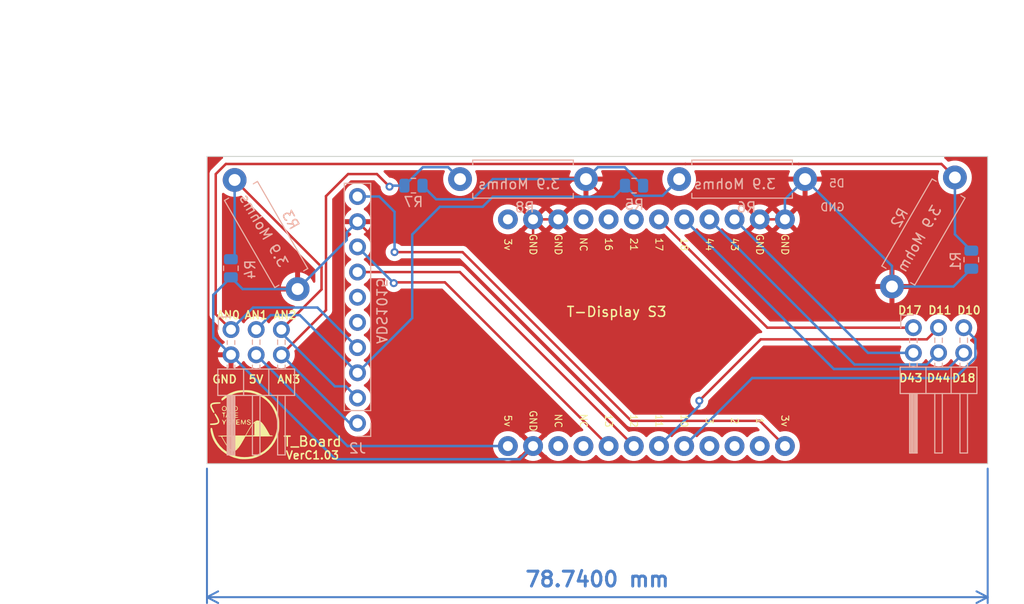
<source format=kicad_pcb>
(kicad_pcb (version 20221018) (generator pcbnew)
  (title_block (title "Voltage_Sensor_Timer") (date "2023-03-07") (rev "0"))
  (layers (0 "F.Cu" signal) (31 "B.Cu" signal) (34 "B.Paste" user) (35 "F.Paste" user) (36 "B.SilkS" user "B.Silkscreen") (37 "F.SilkS" user "F.Silkscreen") (38 "B.Mask" user) (39 "F.Mask" user) (44 "Edge.Cuts" user))
  (net 0 "")
  (net 1 "GND")
  (net 2 "5V")
  (net 3 "AN3")
  (net 4 "AN2")
  (net 5 "AN1")
  (net 6 "AN0")
  (net 7 "SDA")
  (net 8 "SCL")
  (net 9 "D10")
  (net 10 "D11")
  (net 14 "D17")
  (net 23 "D43")
  (net 24 "D44")
  (net 25 "D18")
  (net 26 "3V")
  (footprint "LOGO" (layer "F.Cu") (at 116.967 105.791)
    (fp_text reference "G***" hide)
    (fp_text value "LOGO" hide)
  )
  (footprint "Voltage_Sensor_Timer:T-Display-S3" (layer "F.Cu") (at 138.43 107.95 -90)
    (fp_text reference "U1" hide)
    (fp_text value "T-Display-S3" hide)
    (fp_text user "NC" (at -2.54 -10.16 -90 unlocked) (layer "F.SilkS") (effects (font (size 0.7 0.7) (thickness 0.1))))
    (fp_text user "GND" (at -2.54 -7.62 -90 unlocked) (layer "F.SilkS") (effects (font (size 0.7 0.7) (thickness 0.1))))
    (fp_text user "18" (at -20.334382 -22.86 -90 unlocked) (layer "F.SilkS") (effects (font (size 0.7 0.7) (thickness 0.1))))
    (fp_text user "21" (at -20.334382 -17.78 -90 unlocked) (layer "F.SilkS") (effects (font (size 0.7 0.7) (thickness 0.1))))
    (fp_text user "GND" (at -20.32 -30.48 -90 unlocked) (layer "F.SilkS") (effects (font (size 0.7 0.7) (thickness 0.1))))
    (fp_text user "17" (at -20.334382 -20.32 -90 unlocked) (layer "F.SilkS") (effects (font (size 0.7 0.7) (thickness 0.1))))
    (fp_text user "11" (at -2.54 -20.32 -90 unlocked) (layer "F.SilkS") (effects (font (size 0.7 0.7) (thickness 0.1))))
    (fp_text user "13" (at -2.54 -15.24 -90 unlocked) (layer "F.SilkS") (effects (font (size 0.7 0.7) (thickness 0.1))))
    (fp_text user "43" (at -20.334382 -27.94 -90 unlocked) (layer "F.SilkS") (effects (font (size 0.7 0.7) (thickness 0.1))))
    (fp_text user "NC" (at -20.334382 -12.7 -90 unlocked) (layer "F.SilkS") (effects (font (size 0.7 0.7) (thickness 0.1))))
    (fp_text user "12" (at -2.54 -17.78 -90 unlocked) (layer "F.SilkS") (effects (font (size 0.7 0.7) (thickness 0.1))))
    (fp_text user "10" (at -2.54 -22.86 -90 unlocked) (layer "F.SilkS") (effects (font (size 0.7 0.7) (thickness 0.1))))
    (fp_text user "44" (at -20.334382 -25.4 -90 unlocked) (layer "F.SilkS") (effects (font (size 0.7 0.7) (thickness 0.1))))
    (fp_text user "GND" (at -20.32 -10.16 -90 unlocked) (layer "F.SilkS") (effects (font (size 0.7 0.7) (thickness 0.1))))
    (fp_text user "1" (at -2.54 -30.48 -90 unlocked) (layer "F.SilkS") (effects (font (size 0.7 0.7) (thickness 0.1))))
    (fp_text user "NC" (at -2.54 -12.7 -90 unlocked) (layer "F.SilkS") (effects (font (size 0.7 0.7) (thickness 0.1))))
    (fp_text user "16" (at -20.334382 -15.24 -90 unlocked) (layer "F.SilkS") (effects (font (size 0.7 0.7) (thickness 0.1))))
    (fp_text user "3v" (at -2.54 -33.02 -90 unlocked) (layer "F.SilkS") (effects (font (size 0.7 0.7) (thickness 0.1))))
    (fp_text user "3v" (at -20.32 -5.08 -90 unlocked) (layer "F.SilkS") (effects (font (size 0.7 0.7) (thickness 0.1))))
    (fp_text user "5v" (at -2.54 -5.08 -90 unlocked) (layer "F.SilkS") (effects (font (size 0.7 0.7) (thickness 0.1))))
    (fp_text user "GND" (at -20.32 -7.62 -90 unlocked) (layer "F.SilkS") (effects (font (size 0.7 0.7) (thickness 0.1))))
    (fp_text user "3" (at -2.54 -25.4 -90 unlocked) (layer "F.SilkS") (effects (font (size 0.7 0.7) (thickness 0.1))))
    (fp_text user "GND" (at -20.32 -33.02 -90 unlocked) (layer "F.SilkS") (effects (font (size 0.7 0.7) (thickness 0.1))))
    (fp_text user "2" (at -2.54 -27.94 -90 unlocked) (layer "F.SilkS") (effects (font (size 0.7 0.7) (thickness 0.1))))
    (pad "1" thru_hole circle (at 0 -33.02 270) (size 2 2) (drill 1) (layers "*.Cu" "*.Mask") (net 26 "3V"))
    (pad "2" thru_hole circle (at 0 -30.48 270) (size 2 2) (drill 1) (layers "*.Cu" "*.Mask"))
    (pad "3" thru_hole circle (at 0 -27.94 270) (size 2 2) (drill 1) (layers "*.Cu" "*.Mask"))
    (pad "4" thru_hole circle (at 0 -25.4 270) (size 2 2) (drill 1) (layers "*.Cu" "*.Mask"))
    (pad "5" thru_hole circle (at 0 -22.86 270) (size 2 2) (drill 1) (layers "*.Cu" "*.Mask") (net 9 "D10"))
    (pad "6" thru_hole circle (at 0 -20.32 270) (size 2 2) (drill 1) (layers "*.Cu" "*.Mask") (net 10 "D11"))
    (pad "7" thru_hole circle (at 0 -17.78 270) (size 2 2) (drill 1) (layers "*.Cu" "*.Mask") (net 7 "SDA"))
    (pad "8" thru_hole circle (at 0 -15.24 270) (size 2 2) (drill 1) (layers "*.Cu" "*.Mask") (net 8 "SCL"))
    (pad "9" thru_hole circle (at 0 -12.7 270) (size 2 2) (drill 1) (layers "*.Cu" "*.Mask"))
    (pad "10" thru_hole circle (at 0 -10.16 270) (size 2 2) (drill 1) (layers "*.Cu" "*.Mask"))
    (pad "11" thru_hole circle (at 0 -7.62 270) (size 2 2) (drill 1) (layers "*.Cu" "*.Mask") (net 1 "GND"))
    (pad "12" thru_hole circle (at 0 -5.08 270) (size 2 2) (drill 1) (layers "*.Cu" "*.Mask") (net 2 "5V"))
    (pad "13" thru_hole circle (at -22.861864 -33.02 270) (size 2 2) (drill 1) (layers "*.Cu" "*.Mask") (net 1 "GND"))
    (pad "14" thru_hole circle (at -22.861864 -30.48 270) (size 2 2) (drill 1) (layers "*.Cu" "*.Mask") (net 1 "GND"))
    (pad "15" thru_hole circle (at -22.861864 -27.94 270) (size 2 2) (drill 1) (layers "*.Cu" "*.Mask") (net 23 "D43"))
    (pad "16" thru_hole circle (at -22.861864 -25.4 270) (size 2 2) (drill 1) (layers "*.Cu" "*.Mask") (net 24 "D44"))
    (pad "17" thru_hole circle (at -22.861864 -22.86 270) (size 2 2) (drill 1) (layers "*.Cu" "*.Mask") (net 25 "D18"))
    (pad "18" thru_hole circle (at -22.861864 -20.32 270) (size 2 2) (drill 1) (layers "*.Cu" "*.Mask") (net 14 "D17"))
    (pad "19" thru_hole circle (at -22.861864 -17.78 270) (size 2 2) (drill 1) (layers "*.Cu" "*.Mask"))
    (pad "20" thru_hole circle (at -22.861864 -15.24 270) (size 2 2) (drill 1) (layers "*.Cu" "*.Mask"))
    (pad "21" thru_hole circle (at -22.861864 -12.7 270) (size 2 2) (drill 1) (layers "*.Cu" "*.Mask"))
    (pad "22" thru_hole circle (at -22.861864 -10.16 270) (size 2 2) (drill 1) (layers "*.Cu" "*.Mask") (net 1 "GND"))
    (pad "23" thru_hole circle (at -22.861864 -7.62 270) (size 2 2) (drill 1) (layers "*.Cu" "*.Mask") (net 1 "GND"))
    (pad "24" thru_hole circle (at -22.861864 -5.08 270) (size 2 2) (drill 1) (layers "*.Cu" "*.Mask"))
  )
  (footprint "Resistor_THT:R_Axial_DIN0411_L9.9mm_D3.6mm_P12.70mm_Horizontal" (layer "B.Cu") (at 188.595 80.860739 -120)
    (fp_text reference "R2" (at 6.324665 2.800919 60) (layer "B.SilkS") (effects (justify mirror)))
    (fp_text value "3.9M" hide)
    (pad "1" thru_hole circle (at 0 0 240) (size 2.4 2.4) (drill 1.2) (layers "*.Cu" "*.Mask") (net 6 "AN0"))
    (pad "2" thru_hole oval (at 12.7 0 240) (size 2.4 2.4) (drill 1.2) (layers "*.Cu" "*.Mask") (net 1 "GND"))
  )
  (footprint "Voltage_Sensor_Timer:PinSocket_1x10_P2.54mm_Vertical_1" (layer "B.Cu") (at 128.342521 105.641979)
    (fp_text reference "J2" (at 0 2.54 180) (layer "B.SilkS") (effects (justify mirror)))
    (fp_text value "ADS1015" hide)
    (pad "1" thru_hole circle (at 0 0) (size 1.7 1.7) (drill 1) (layers "*.Cu" "*.Mask") (net 3 "AN3"))
    (pad "2" thru_hole oval (at 0 -2.54) (size 1.7 1.7) (drill 1) (layers "*.Cu" "*.Mask") (net 4 "AN2"))
    (pad "3" thru_hole circle (at 0 -5.08) (size 1.7 1.7) (drill 1) (layers "*.Cu" "*.Mask") (net 5 "AN1"))
    (pad "4" thru_hole oval (at 0 -7.62) (size 1.7 1.7) (drill 1) (layers "*.Cu" "*.Mask") (net 6 "AN0"))
    (pad "5" thru_hole oval (at 0 -10.16) (size 1.7 1.7) (drill 1) (layers "*.Cu" "*.Mask"))
    (pad "6" thru_hole oval (at 0 -12.7) (size 1.7 1.7) (drill 1) (layers "*.Cu" "*.Mask"))
    (pad "7" thru_hole oval (at 0 -15.24) (size 1.7 1.7) (drill 1) (layers "*.Cu" "*.Mask") (net 7 "SDA"))
    (pad "8" thru_hole oval (at 0 -17.78) (size 1.7 1.7) (drill 1) (layers "*.Cu" "*.Mask") (net 8 "SCL"))
    (pad "9" thru_hole oval (at 0 -20.32) (size 1.7 1.7) (drill 1) (layers "*.Cu" "*.Mask") (net 1 "GND"))
    (pad "10" thru_hole oval (at 0 -22.86) (size 1.7 1.7) (drill 1) (layers "*.Cu" "*.Mask") (net 26 "3V"))
  )
  (footprint "Resistor_SMD:R_0805_2012Metric" (layer "B.Cu") (at 115.57 90.0195 -90)
    (fp_text reference "R4" (at 0.1251 -1.9558 90) (layer "B.SilkS") (effects (justify mirror)))
    (fp_text value "3.9M" hide)
    (pad "1" smd roundrect (at -0.9125 0 270) (size 1.025 1.4) (layers "B.Cu" "B.Paste" "B.Mask") (roundrect_rratio 0.243902439) (net 4 "AN2"))
    (pad "2" smd roundrect (at 0.9125 0 270) (size 1.025 1.4) (layers "B.Cu" "B.Paste" "B.Mask") (roundrect_rratio 0.243902439) (net 1 "GND"))
  )
  (footprint "Connector_PinHeader_2.54mm:PinHeader_2x03_P2.54mm_Horizontal" (layer "B.Cu") (at 115.585 96.204 -90)
    (fp_text reference "J1" hide)
    (fp_text value "90_Deg_Conn" hide)
    (pad "1" thru_hole circle (at 0 0 270) (size 1.7 1.7) (drill 1) (layers "*.Cu" "*.Mask") (net 6 "AN0"))
    (pad "2" thru_hole oval (at 2.54 0 270) (size 1.7 1.7) (drill 1) (layers "*.Cu" "*.Mask") (net 1 "GND"))
    (pad "3" thru_hole oval (at 0 -2.54 270) (size 1.7 1.7) (drill 1) (layers "*.Cu" "*.Mask") (net 5 "AN1"))
    (pad "4" thru_hole oval (at 2.54 -2.54 270) (size 1.7 1.7) (drill 1) (layers "*.Cu" "*.Mask") (net 2 "5V"))
    (pad "5" thru_hole oval (at 0 -5.08 270) (size 1.7 1.7) (drill 1) (layers "*.Cu" "*.Mask") (net 4 "AN2"))
    (pad "6" thru_hole oval (at 2.54 -5.08 270) (size 1.7 1.7) (drill 1) (layers "*.Cu" "*.Mask") (net 3 "AN3"))
  )
  (footprint "Resistor_SMD:R_0805_2012Metric" (layer "B.Cu") (at 133.985 81.6864)
    (fp_text reference "R7" (at 0 1.65) (layer "B.SilkS") (effects (justify mirror)))
    (fp_text value "3.9M")
    (pad "1" smd roundrect (at -0.9125 0) (size 1.025 1.4) (layers "B.Cu" "B.Paste" "B.Mask") (roundrect_rratio 0.243902439) (net 3 "AN3"))
    (pad "2" smd roundrect (at 0.9125 0) (size 1.025 1.4) (layers "B.Cu" "B.Paste" "B.Mask") (roundrect_rratio 0.243902439) (net 1 "GND"))
  )
  (footprint "Connector_PinHeader_2.54mm:PinHeader_2x03_P2.54mm_Horizontal" (layer "B.Cu") (at 184.404 96.012 -90)
    (fp_text reference "J4" hide)
    (fp_text value "90_Deg_Conn" hide)
    (pad "1" thru_hole circle (at 0 0 270) (size 1.7 1.7) (drill 1) (layers "*.Cu" "*.Mask") (net 14 "D17"))
    (pad "2" thru_hole oval (at 2.54 0 270) (size 1.7 1.7) (drill 1) (layers "*.Cu" "*.Mask") (net 23 "D43"))
    (pad "3" thru_hole oval (at 0 -2.54 270) (size 1.7 1.7) (drill 1) (layers "*.Cu" "*.Mask") (net 10 "D11"))
    (pad "4" thru_hole oval (at 2.54 -2.54 270) (size 1.7 1.7) (drill 1) (layers "*.Cu" "*.Mask") (net 24 "D44"))
    (pad "5" thru_hole oval (at 0 -5.08 270) (size 1.7 1.7) (drill 1) (layers "*.Cu" "*.Mask") (net 9 "D10"))
    (pad "6" thru_hole oval (at 2.54 -5.08 270) (size 1.7 1.7) (drill 1) (layers "*.Cu" "*.Mask") (net 25 "D18"))
  )
  (footprint "Resistor_SMD:R_0805_2012Metric" (layer "B.Cu") (at 190.246 89.154 -90)
    (fp_text reference "R1" (at 0.1524 1.5748 90) (layer "B.SilkS") (effects (justify mirror)))
    (fp_text value "3.9M" hide)
    (pad "1" smd roundrect (at -0.9125 0 270) (size 1.025 1.4) (layers "B.Cu" "B.Paste" "B.Mask") (roundrect_rratio 0.243902439) (net 6 "AN0"))
    (pad "2" smd roundrect (at 0.9125 0 270) (size 1.025 1.4) (layers "B.Cu" "B.Paste" "B.Mask") (roundrect_rratio 0.243902439) (net 1 "GND"))
  )
  (footprint "Resistor_THT:R_Axial_DIN0411_L9.9mm_D3.6mm_P12.70mm_Horizontal" (layer "B.Cu") (at 115.951 81.114739 -60)
    (fp_text reference "R3" (at 6.306071 -2.870314 120) (layer "B.SilkS") (effects (justify mirror)))
    (fp_text value "3.9M" hide)
    (pad "1" thru_hole circle (at 0 0 300) (size 2.4 2.4) (drill 1.2) (layers "*.Cu" "*.Mask") (net 4 "AN2"))
    (pad "2" thru_hole oval (at 12.7 0 300) (size 2.4 2.4) (drill 1.2) (layers "*.Cu" "*.Mask") (net 1 "GND"))
  )
  (footprint "Resistor_THT:R_Axial_DIN0411_L9.9mm_D3.6mm_P12.70mm_Horizontal" (layer "B.Cu") (at 160.782 81.026)
    (fp_text reference "R6" (at 6.7818 2.8448) (layer "B.SilkS") (effects (justify mirror)))
    (fp_text value "3.9M")
    (pad "1" thru_hole circle (at 0 0) (size 2.4 2.4) (drill 1.2) (layers "*.Cu" "*.Mask") (net 5 "AN1"))
    (pad "2" thru_hole oval (at 12.7 0) (size 2.4 2.4) (drill 1.2) (layers "*.Cu" "*.Mask") (net 1 "GND"))
  )
  (footprint "Resistor_SMD:R_0805_2012Metric" (layer "B.Cu") (at 156.2354 81.6864)
    (fp_text reference "R5" (at 0.0254 1.905) (layer "B.SilkS") (effects (justify mirror)))
    (fp_text value "3.9M")
    (pad "1" smd roundrect (at -0.9125 0) (size 1.025 1.4) (layers "B.Cu" "B.Paste" "B.Mask") (roundrect_rratio 0.243902439) (net 5 "AN1"))
    (pad "2" smd roundrect (at 0.9125 0) (size 1.025 1.4) (layers "B.Cu" "B.Paste" "B.Mask") (roundrect_rratio 0.243902439) (net 1 "GND"))
  )
  (footprint "Resistor_THT:R_Axial_DIN0411_L9.9mm_D3.6mm_P12.70mm_Horizontal" (layer "B.Cu") (at 138.684 81.026)
    (fp_text reference "R8" (at 6.5278 2.8448) (layer "B.SilkS") (effects (justify mirror)))
    (fp_text value "3.9M")
    (pad "1" thru_hole circle (at 0 0) (size 2.4 2.4) (drill 1.2) (layers "*.Cu" "*.Mask") (net 3 "AN3"))
    (pad "2" thru_hole oval (at 12.7 0) (size 2.4 2.4) (drill 1.2) (layers "*.Cu" "*.Mask") (net 1 "GND"))
  )
  (gr_rect (start 113.159218 78.739553) (end 191.899218 109.728) (stroke (width 0.1)) (fill none) (layer "Edge.Cuts"))
  (gr_text "3.9 Mohms" (at 120.4722 90.1446 300) (layer "B.SilkS") (effects (font (size 1 1)) (justify left bottom mirror)))
  (gr_text "3.9 Mohms" (at 148.844 82.1182) (layer "B.SilkS") (effects (font (size 1 1)) (justify left bottom mirror)))
  (gr_text "D5" (at 177.546 81.915) (layer "B.SilkS") (effects (font (size 0.8 0.8) (thickness 0.125) bold) (justify left bottom mirror)))
  (gr_text "3.9 Mohm" (at 187.4012 84.0232 60) (layer "B.SilkS") (effects (font (size 1 1)) (justify left bottom mirror)))
  (gr_text "GND" (at 177.546 84.328) (layer "B.SilkS") (effects (font (size 0.8 0.8) (thickness 0.125)) (justify left bottom mirror)))
  (gr_text "3.9 Mohms" (at 170.6118 82.1182) (layer "B.SilkS") (effects (font (size 1 1)) (justify left bottom mirror)))
  (gr_text "ADS1015" (at 130.175 97.7392 270) (layer "B.SilkS") (effects (font (size 1 1)) (justify left bottom mirror)))
  (gr_text "AN0" (at 115.316 94.742) (layer "F.SilkS") (effects (font (size 0.8 0.8))))
  (gr_text "T-Display S3" (at 149.352 94.996) (layer "F.SilkS") (effects (font (size 1 1)) (justify left bottom)))
  (gr_text "AN3" (at 121.412 101.219) (layer "F.SilkS") (effects (font (size 0.8 0.8))))
  (gr_text "D18" (at 189.484 101.092) (layer "F.SilkS") (effects (font (size 0.8 0.8))))
  (gr_text "VerC1.03" (at 121.031 109.347) (layer "F.SilkS") (effects (font (size 0.8 0.8)) (justify left bottom)))
  (gr_text "GND" (at 114.935 101.219) (layer "F.SilkS") (effects (font (size 0.8 0.8))))
  (gr_text "D10" (at 190.007 94.256) (layer "F.SilkS") (effects (font (size 0.8 0.8))))
  (gr_text "5V" (at 118.11 101.219) (layer "F.SilkS") (effects (font (size 0.8 0.8))))
  (gr_text "D17" (at 184.038 94.256) (layer "F.SilkS") (effects (font (size 0.8 0.8))))
  (gr_text "T_Board" (at 120.777 108.077) (layer "F.SilkS") (effects (font (size 1 1)) (justify left bottom)))
  (gr_text "D11" (at 187.086 94.256) (layer "F.SilkS") (effects (font (size 0.8 0.8))))
  (gr_text "D43" (at 184.15 101.092) (layer "F.SilkS") (effects (font (size 0.8 0.8))))
  (gr_text "AN2" (at 121.031 94.742) (layer "F.SilkS") (effects (font (size 0.8 0.8))))
  (gr_text "D44" (at 186.944 101.092) (layer "F.SilkS") (effects (font (size 0.8 0.8))))
  (gr_text "AN1" (at 118.11 94.742) (layer "F.SilkS") (effects (font (size 0.8 0.8))))
  (dimension (type aligned) (layer "B.Cu") (pts (xy 191.899218 109.728) (xy 113.159218 109.728)) (height -13.462) (gr_text "3.1000 in" (at 152.529218 121.39) (layer "B.Cu") (effects (font (size 1.5 1.5) (thickness 0.3)))) (format (prefix "") (suffix "") (units 3) (units_format 1) (precision 4)) (style (thickness 0.2) (arrow_length 1.27) (text_position_mode 0) (extension_height 0.58642) (extension_offset 0.5) keep_text_aligned))
  (segment (start 145.542 87.122) (end 130.142542 87.122) (width 0.25) (layer "F.Cu") (net 1))
  (segment (start 146.05 85.088136) (end 146.05 86.614) (width 0.25) (layer "F.Cu") (net 1))
  (segment (start 151.384 81.026) (end 153.67 83.312) (width 0.25) (layer "F.Cu") (net 1))
  (segment (start 153.67 83.312) (end 167.133864 83.312) (width 0.25) (layer "F.Cu") (net 1))
  (segment (start 146.05 86.614) (end 145.542 87.122) (width 0.25) (layer "F.Cu") (net 1))
  (segment (start 150.112136 81.026) (end 151.384 81.026) (width 0.25) (layer "F.Cu") (net 1))
  (segment (start 167.133864 83.312) (end 168.91 85.088136) (width 0.25) (layer "F.Cu") (net 1))
  (segment (start 130.142542 87.122) (end 128.342521 85.321979) (width 0.25) (layer "F.Cu") (net 1))
  (segment (start 146.05 85.088136) (end 150.112136 81.026) (width 0.25) (layer "F.Cu") (net 1))
  (segment (start 168.91 85.088136) (end 171.45 85.088136) (width 0.25) (layer "F.Cu") (net 1))
  (segment (start 148.59 85.088136) (end 146.05 85.088136) (width 0.25) (layer "F.Cu") (net 1))
  (segment (start 113.792 97.028) (end 113.792 92.71) (width 0.25) (layer "B.Cu") (net 1))
  (segment (start 151.384 81.026) (end 152.584 79.826) (width 0.25) (layer "B.Cu") (net 1))
  (segment (start 126.061 109.22) (end 126.238 109.22) (width 0.25) (layer "B.Cu") (net 1))
  (segment (start 171.45 83.058) (end 173.482 81.026) (width 0.25) (layer "B.Cu") (net 1))
  (segment (start 113.869 97.028) (end 113.792 97.028) (width 0.25) (layer "B.Cu") (net 1))
  (segment (start 126.293 109.275) (end 144.725 109.275) (width 0.25) (layer "B.Cu") (net 1))
  (segment (start 136.2691 83.058) (end 139.954 83.058) (width 0.25) (layer "B.Cu") (net 1))
  (segment (start 155.2875 79.826) (end 157.1479 81.6864) (width 0.25) (layer "B.Cu") (net 1))
  (segment (start 115.585 98.744) (end 126.061 109.22) (width 0.25) (layer "B.Cu") (net 1))
  (segment (start 115.585 98.744) (end 113.869 97.028) (width 0.25) (layer "B.Cu") (net 1))
  (segment (start 190.246 90.0665) (end 188.453238 91.859262) (width 0.25) (layer "B.Cu") (net 1))
  (segment (start 144.725 109.275) (end 146.05 107.95) (width 0.25) (layer "B.Cu") (net 1))
  (segment (start 116.751262 92.113262) (end 122.301 92.113262) (width 0.25) (layer "B.Cu") (net 1))
  (segment (start 128.342521 85.321979) (end 127.254 86.4105) (width 0.25) (layer "B.Cu") (net 1))
  (segment (start 115.57 90.932) (end 116.751262 92.113262) (width 0.25) (layer "B.Cu") (net 1))
  (segment (start 182.245 91.859262) (end 182.245 89.789) (width 0.25) (layer "B.Cu") (net 1))
  (segment (start 134.8975 81.6864) (end 136.2691 83.058) (width 0.25) (layer "B.Cu") (net 1))
  (segment (start 127.254 86.4105) (end 127.254 87.160262) (width 0.25) (layer "B.Cu") (net 1))
  (segment (start 113.792 92.71) (end 115.57 90.932) (width 0.25) (layer "B.Cu") (net 1))
  (segment (start 152.584 79.826) (end 155.2875 79.826) (width 0.25) (layer "B.Cu") (net 1))
  (segment (start 127.254 87.160262) (end 122.301 92.113262) (width 0.25) (layer "B.Cu") (net 1))
  (segment (start 182.245 89.789) (end 173.482 81.026) (width 0.25) (layer "B.Cu") (net 1))
  (segment (start 139.954 83.058) (end 141.986 81.026) (width 0.25) (layer "B.Cu") (net 1))
  (segment (start 141.986 81.026) (end 151.384 81.026) (width 0.25) (layer "B.Cu") (net 1))
  (segment (start 126.238 109.22) (end 126.293 109.275) (width 0.25) (layer "B.Cu") (net 1))
  (segment (start 171.45 85.088136) (end 171.45 83.058) (width 0.25) (layer "B.Cu") (net 1))
  (segment (start 188.453238 91.859262) (end 182.245 91.859262) (width 0.25) (layer "B.Cu") (net 1))
  (segment (start 143.51 107.95) (end 127.331 107.95) (width 0.25) (layer "B.Cu") (net 2))
  (segment (start 127.331 107.95) (end 118.125 98.744) (width 0.25) (layer "B.Cu") (net 2))
  (segment (start 125.164 82.746) (end 125.164 94.245) (width 0.25) (layer "F.Cu") (net 3))
  (segment (start 130.302 80.518) (end 127.392 80.518) (width 0.25) (layer "F.Cu") (net 3))
  (segment (start 127.392 80.518) (end 125.164 82.746) (width 0.25) (layer "F.Cu") (net 3))
  (segment (start 131.572 81.788) (end 130.302 80.518) (width 0.25) (layer "F.Cu") (net 3))
  (segment (start 125.164 94.245) (end 120.665 98.744) (width 0.25) (layer "F.Cu") (net 3))
  (via (at 131.572 81.788) (size 0.8) (drill 0.4) (layers "F.Cu" "B.Cu") (net 3))
  (segment (start 133.0725 81.6864) (end 134.9329 79.826) (width 0.25) (layer "B.Cu") (net 3))
  (segment (start 137.484 79.826) (end 138.684 81.026) (width 0.25) (layer "B.Cu") (net 3))
  (segment (start 131.6736 81.6864) (end 133.0725 81.6864) (width 0.25) (layer "B.Cu") (net 3))
  (segment (start 134.9329 79.826) (end 137.484 79.826) (width 0.25) (layer "B.Cu") (net 3))
  (segment (start 120.665 98.744) (end 127.562979 105.641979) (width 0.25) (layer "B.Cu") (net 3))
  (segment (start 131.572 81.788) (end 131.6736 81.6864) (width 0.25) (layer "B.Cu") (net 3))
  (segment (start 127.562979 105.641979) (end 128.342521 105.641979) (width 0.25) (layer "B.Cu") (net 3))
  (segment (start 124.714 92.155) (end 120.665 96.204) (width 0.25) (layer "F.Cu") (net 4))
  (segment (start 124.714 89.877739) (end 124.714 92.155) (width 0.25) (layer "F.Cu") (net 4))
  (segment (start 115.951 81.114739) (end 124.714 89.877739) (width 0.25) (layer "F.Cu") (net 4))
  (segment (start 126.056979 101.926979) (end 120.665 96.535) (width 0.25) (layer "B.Cu") (net 4))
  (segment (start 127.167521 101.926979) (end 126.056979 101.926979) (width 0.25) (layer "B.Cu") (net 4))
  (segment (start 115.951 88.726) (end 115.57 89.107) (width 0.25) (layer "B.Cu") (net 4))
  (segment (start 115.951 81.114739) (end 115.951 88.726) (width 0.25) (layer "B.Cu") (net 4))
  (segment (start 120.665 96.535) (end 120.665 96.204) (width 0.25) (layer "B.Cu") (net 4))
  (segment (start 128.342521 103.101979) (end 127.167521 101.926979) (width 0.25) (layer "B.Cu") (net 4))
  (segment (start 141.986 82.804) (end 154.2053 82.804) (width 0.25) (layer "B.Cu") (net 5))
  (segment (start 128.342521 100.561979) (end 133.858 95.0465) (width 0.25) (layer "B.Cu") (net 5))
  (segment (start 136.652 83.82) (end 140.97 83.82) (width 0.25) (layer "B.Cu") (net 5))
  (segment (start 119.587 94.742) (end 118.125 96.204) (width 0.25) (layer "B.Cu") (net 5))
  (segment (start 155.3229 81.6864) (end 156.3479 82.7114) (width 0.25) (layer "B.Cu") (net 5))
  (segment (start 122.522542 94.742) (end 119.587 94.742) (width 0.25) (layer "B.Cu") (net 5))
  (segment (start 133.858 86.614) (end 136.652 83.82) (width 0.25) (layer "B.Cu") (net 5))
  (segment (start 140.97 83.82) (end 141.986 82.804) (width 0.25) (layer "B.Cu") (net 5))
  (segment (start 156.3479 82.7114) (end 159.0966 82.7114) (width 0.25) (layer "B.Cu") (net 5))
  (segment (start 133.858 95.0465) (end 133.858 86.614) (width 0.25) (layer "B.Cu") (net 5))
  (segment (start 159.0966 82.7114) (end 160.782 81.026) (width 0.25) (layer "B.Cu") (net 5))
  (segment (start 154.2053 82.804) (end 155.3229 81.6864) (width 0.25) (layer "B.Cu") (net 5))
  (segment (start 128.342521 100.561979) (end 122.522542 94.742) (width 0.25) (layer "B.Cu") (net 5))
  (segment (start 187.235261 79.501) (end 188.595 80.860739) (width 0.25) (layer "F.Cu") (net 6))
  (segment (start 115.063 79.501) (end 161.413676 79.501) (width 0.25) (layer "F.Cu") (net 6))
  (segment (start 114.046 94.665) (end 114.046 80.518) (width 0.25) (layer "F.Cu") (net 6))
  (segment (start 114.046 80.518) (end 115.063 79.501) (width 0.25) (layer "F.Cu") (net 6))
  (segment (start 172.850324 79.501) (end 187.235261 79.501) (width 0.25) (layer "F.Cu") (net 6))
  (segment (start 115.585 96.204) (end 114.046 94.665) (width 0.25) (layer "F.Cu") (net 6))
  (segment (start 161.413676 79.501) (end 161.414676 79.502) (width 0.25) (layer "F.Cu") (net 6))
  (segment (start 161.414676 79.502) (end 172.849324 79.502) (width 0.25) (layer "F.Cu") (net 6))
  (segment (start 172.849324 79.502) (end 172.850324 79.501) (width 0.25) (layer "F.Cu") (net 6))
  (segment (start 188.595 80.860739) (end 188.595 86.5905) (width 0.25) (layer "B.Cu") (net 6))
  (segment (start 117.809 93.98) (end 115.585 96.204) (width 0.25) (layer "B.Cu") (net 6))
  (segment (start 188.595 86.5905) (end 190.246 88.2415) (width 0.25) (layer "B.Cu") (net 6))
  (segment (start 124.300542 93.98) (end 117.809 93.98) (width 0.25) (layer "B.Cu") (net 6))
  (segment (start 128.342521 98.021979) (end 124.300542 93.98) (width 0.25) (layer "B.Cu") (net 6))
  (segment (start 138.661979 90.401979) (end 156.21 107.95) (width 0.25) (layer "F.Cu") (net 7))
  (segment (start 128.342521 90.401979) (end 138.661979 90.401979) (width 0.25) (layer "F.Cu") (net 7))
  (segment (start 132.08 91.44) (end 137.16 91.44) (width 0.25) (layer "F.Cu") (net 8))
  (segment (start 137.16 91.44) (end 153.67 107.95) (width 0.25) (layer "F.Cu") (net 8))
  (segment (start 132.000271 91.519729) (end 132.08 91.44) (width 0.25) (layer "F.Cu") (net 8))
  (via (at 132.000271 91.519729) (size 0.8) (drill 0.4) (layers "F.Cu" "B.Cu") (net 8))
  (segment (start 132.000271 91.519729) (end 128.342521 87.861979) (width 0.25) (layer "B.Cu") (net 8))
  (segment (start 190.659 99.038701) (end 188.605701 101.092) (width 0.25) (layer "B.Cu") (net 9))
  (segment (start 168.148 101.092) (end 161.29 107.95) (width 0.25) (layer "B.Cu") (net 9))
  (segment (start 189.484 96.012) (end 190.659 97.187) (width 0.25) (layer "B.Cu") (net 9))
  (segment (start 190.659 97.187) (end 190.659 99.038701) (width 0.25) (layer "B.Cu") (net 9))
  (segment (start 188.605701 101.092) (end 168.148 101.092) (width 0.25) (layer "B.Cu") (net 9))
  (segment (start 169.005 97.187) (end 162.814 103.378) (width 0.25) (layer "F.Cu") (net 10))
  (segment (start 186.944 96.012) (end 185.769 97.187) (width 0.25) (layer "F.Cu") (net 10))
  (segment (start 185.769 97.187) (end 169.005 97.187) (width 0.25) (layer "F.Cu") (net 10))
  (via (at 162.814 103.378) (size 0.8) (drill 0.4) (layers "F.Cu" "B.Cu") (net 10))
  (segment (start 162.814 103.886) (end 158.75 107.95) (width 0.25) (layer "B.Cu") (net 10))
  (segment (start 162.814 103.378) (end 162.814 103.886) (width 0.25) (layer "B.Cu") (net 10))
  (segment (start 184.404 96.012) (end 169.673864 96.012) (width 0.25) (layer "F.Cu") (net 14))
  (segment (start 169.673864 96.012) (end 158.75 85.088136) (width 0.25) (layer "F.Cu") (net 14))
  (segment (start 184.404 98.552) (end 179.833864 98.552) (width 0.25) (layer "B.Cu") (net 23))
  (segment (start 179.833864 98.552) (end 166.37 85.088136) (width 0.25) (layer "B.Cu") (net 23))
  (segment (start 186.944 98.552) (end 185.769 99.727) (width 0.25) (layer "B.Cu") (net 24))
  (segment (start 185.769 99.727) (end 178.468864 99.727) (width 0.25) (layer "B.Cu") (net 24))
  (segment (start 178.468864 99.727) (end 163.83 85.088136) (width 0.25) (layer "B.Cu") (net 24))
  (segment (start 187.859 100.177) (end 176.377 100.177) (width 0.25) (layer "B.Cu") (net 25))
  (segment (start 176.377 100.177) (end 175.26 99.06) (width 0.25) (layer "B.Cu") (net 25))
  (segment (start 175.26 99.058136) (end 161.29 85.088136) (width 0.25) (layer "B.Cu") (net 25))
  (segment (start 175.26 99.06) (end 175.26 99.058136) (width 0.25) (layer "B.Cu") (net 25))
  (segment (start 189.484 98.552) (end 187.859 100.177) (width 0.25) (layer "B.Cu") (net 25))
  (segment (start 138.938 88.392) (end 155.956 105.41) (width 0.25) (layer "F.Cu") (net 26))
  (segment (start 168.91 105.41) (end 171.45 107.95) (width 0.25) (layer "F.Cu") (net 26))
  (segment (start 132.08 88.392) (end 138.938 88.392) (width 0.25) (layer "F.Cu") (net 26))
  (segment (start 155.956 105.41) (end 168.91 105.41) (width 0.25) (layer "F.Cu") (net 26))
  (via (at 132.08 88.392) (size 0.8) (drill 0.4) (layers "F.Cu" "B.Cu") (net 26))
  (segment (start 132.08 84.328) (end 130.533979 82.781979) (width 0.25) (layer "B.Cu") (net 26))
  (segment (start 130.533979 82.781979) (end 128.342521 82.781979) (width 0.25) (layer "B.Cu") (net 26))
  (segment (start 132.08 88.392) (end 132.08 84.328) (width 0.25) (layer "B.Cu") (net 26))
  (zone (net 1) (net_name "GND") (layer "F.Cu") (connect_pads (clearance 0.5)) (min_thickness 0.25) (fill yes (thermal_gap 0.5) (thermal_bridge_width 0.5))
    (polygon (pts (xy 195.072 75.946) (xy 195.58 114.3) (xy 109.728 114.808) (xy 109.982 75.438)))
  )
)
</source>
